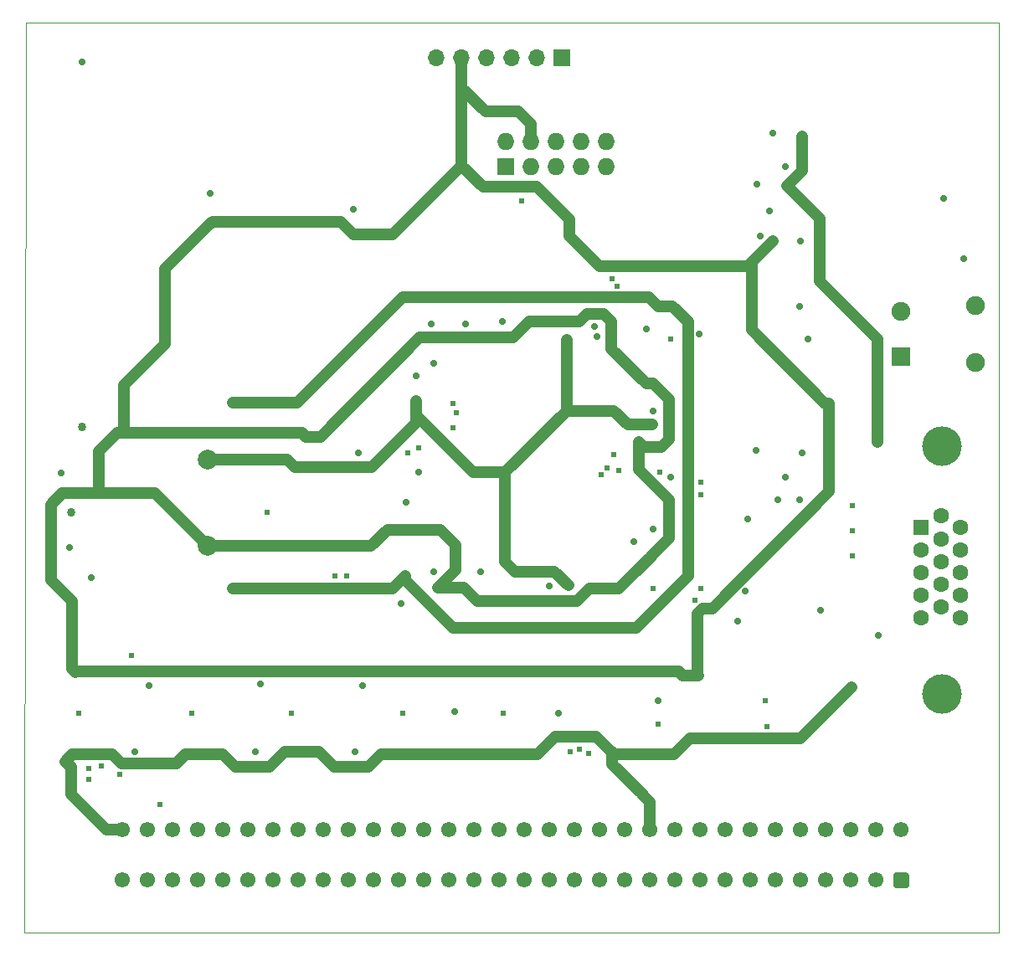
<source format=gbr>
G04 #@! TF.GenerationSoftware,KiCad,Pcbnew,5.1.5+dfsg1-2build2*
G04 #@! TF.CreationDate,2021-07-06T13:38:07+01:00*
G04 #@! TF.ProjectId,Video+Sound,56696465-6f2b-4536-9f75-6e642e6b6963,rev?*
G04 #@! TF.SameCoordinates,Original*
G04 #@! TF.FileFunction,Copper,L2,Inr*
G04 #@! TF.FilePolarity,Positive*
%FSLAX46Y46*%
G04 Gerber Fmt 4.6, Leading zero omitted, Abs format (unit mm)*
G04 Created by KiCad (PCBNEW 5.1.5+dfsg1-2build2) date 2021-07-06 13:38:07*
%MOMM*%
%LPD*%
G04 APERTURE LIST*
%ADD10C,0.050000*%
%ADD11O,1.700000X1.700000*%
%ADD12R,1.700000X1.700000*%
%ADD13C,1.900000*%
%ADD14R,1.900000X1.900000*%
%ADD15C,2.000000*%
%ADD16O,1.727200X1.727200*%
%ADD17R,1.727200X1.727200*%
%ADD18R,1.600000X1.600000*%
%ADD19C,1.600000*%
%ADD20C,4.000000*%
%ADD21C,1.550000*%
%ADD22C,0.100000*%
%ADD23C,0.711200*%
%ADD24C,0.863600*%
%ADD25C,0.609600*%
%ADD26C,0.254000*%
%ADD27C,1.143000*%
G04 APERTURE END LIST*
D10*
X74041000Y-63500000D02*
X73914000Y-155575000D01*
X172466000Y-63500000D02*
X74041000Y-63500000D01*
X172466000Y-155575000D02*
X172466000Y-63500000D01*
X73914000Y-155575000D02*
X172466000Y-155575000D01*
D11*
X115570000Y-67056000D03*
X118110000Y-67056000D03*
X120650000Y-67056000D03*
X123190000Y-67056000D03*
X125730000Y-67056000D03*
D12*
X128270000Y-67056000D03*
D13*
X170053000Y-97896000D03*
X170053000Y-92096000D03*
D14*
X162553000Y-97246000D03*
D13*
X162553000Y-92746000D03*
D15*
X92456000Y-107696000D03*
X92456000Y-116459000D03*
D16*
X132715000Y-75565000D03*
X132715000Y-78105000D03*
X130175000Y-75565000D03*
X130175000Y-78105000D03*
X127635000Y-75565000D03*
X127635000Y-78105000D03*
X125095000Y-75565000D03*
X125095000Y-78105000D03*
X122555000Y-75565000D03*
D17*
X122555000Y-78105000D03*
D18*
X164592000Y-114554000D03*
D19*
X164592000Y-116844000D03*
X164592000Y-119134000D03*
X164592000Y-121424000D03*
X164592000Y-123714000D03*
X166572000Y-113409000D03*
X166572000Y-115699000D03*
X166572000Y-117989000D03*
X166572000Y-120279000D03*
X166572000Y-122569000D03*
X168552000Y-114554000D03*
X168552000Y-116844000D03*
X168552000Y-119134000D03*
X168552000Y-121424000D03*
X168552000Y-123714000D03*
D20*
X166642000Y-131369000D03*
X166642000Y-106369000D03*
D21*
X83820000Y-145161000D03*
X86360000Y-145161000D03*
X88900000Y-145161000D03*
X91440000Y-145161000D03*
X93980000Y-145161000D03*
X96520000Y-145161000D03*
X99060000Y-145161000D03*
X101600000Y-145161000D03*
X104140000Y-145161000D03*
X106680000Y-145161000D03*
X109220000Y-145161000D03*
X111760000Y-145161000D03*
X114300000Y-145161000D03*
X116840000Y-145161000D03*
X119380000Y-145161000D03*
X121920000Y-145161000D03*
X124460000Y-145161000D03*
X127000000Y-145161000D03*
X129540000Y-145161000D03*
X132080000Y-145161000D03*
X134620000Y-145161000D03*
X137160000Y-145161000D03*
X139700000Y-145161000D03*
X142240000Y-145161000D03*
X144780000Y-145161000D03*
X147320000Y-145161000D03*
X149860000Y-145161000D03*
X152400000Y-145161000D03*
X154940000Y-145161000D03*
X157480000Y-145161000D03*
X160020000Y-145161000D03*
X162560000Y-145161000D03*
X83820000Y-150241000D03*
X86360000Y-150241000D03*
X88900000Y-150241000D03*
X91440000Y-150241000D03*
X93980000Y-150241000D03*
X96520000Y-150241000D03*
X99060000Y-150241000D03*
X101600000Y-150241000D03*
X104140000Y-150241000D03*
X106680000Y-150241000D03*
X109220000Y-150241000D03*
X111760000Y-150241000D03*
X114300000Y-150241000D03*
X116840000Y-150241000D03*
X119380000Y-150241000D03*
X121920000Y-150241000D03*
X124460000Y-150241000D03*
X127000000Y-150241000D03*
X129540000Y-150241000D03*
X132080000Y-150241000D03*
X134620000Y-150241000D03*
X137160000Y-150241000D03*
X139700000Y-150241000D03*
X142240000Y-150241000D03*
X144780000Y-150241000D03*
X147320000Y-150241000D03*
X149860000Y-150241000D03*
X152400000Y-150241000D03*
X154940000Y-150241000D03*
X157480000Y-150241000D03*
X160020000Y-150241000D03*
G04 #@! TA.AperFunction,ViaPad*
D22*
G36*
X163109505Y-149467204D02*
G01*
X163133773Y-149470804D01*
X163157572Y-149476765D01*
X163180671Y-149485030D01*
X163202850Y-149495520D01*
X163223893Y-149508132D01*
X163243599Y-149522747D01*
X163261777Y-149539223D01*
X163278253Y-149557401D01*
X163292868Y-149577107D01*
X163305480Y-149598150D01*
X163315970Y-149620329D01*
X163324235Y-149643428D01*
X163330196Y-149667227D01*
X163333796Y-149691495D01*
X163335000Y-149715999D01*
X163335000Y-150766001D01*
X163333796Y-150790505D01*
X163330196Y-150814773D01*
X163324235Y-150838572D01*
X163315970Y-150861671D01*
X163305480Y-150883850D01*
X163292868Y-150904893D01*
X163278253Y-150924599D01*
X163261777Y-150942777D01*
X163243599Y-150959253D01*
X163223893Y-150973868D01*
X163202850Y-150986480D01*
X163180671Y-150996970D01*
X163157572Y-151005235D01*
X163133773Y-151011196D01*
X163109505Y-151014796D01*
X163085001Y-151016000D01*
X162034999Y-151016000D01*
X162010495Y-151014796D01*
X161986227Y-151011196D01*
X161962428Y-151005235D01*
X161939329Y-150996970D01*
X161917150Y-150986480D01*
X161896107Y-150973868D01*
X161876401Y-150959253D01*
X161858223Y-150942777D01*
X161841747Y-150924599D01*
X161827132Y-150904893D01*
X161814520Y-150883850D01*
X161804030Y-150861671D01*
X161795765Y-150838572D01*
X161789804Y-150814773D01*
X161786204Y-150790505D01*
X161785000Y-150766001D01*
X161785000Y-149715999D01*
X161786204Y-149691495D01*
X161789804Y-149667227D01*
X161795765Y-149643428D01*
X161804030Y-149620329D01*
X161814520Y-149598150D01*
X161827132Y-149577107D01*
X161841747Y-149557401D01*
X161858223Y-149539223D01*
X161876401Y-149522747D01*
X161896107Y-149508132D01*
X161917150Y-149495520D01*
X161939329Y-149485030D01*
X161962428Y-149476765D01*
X161986227Y-149470804D01*
X162010495Y-149467204D01*
X162034999Y-149466000D01*
X163085001Y-149466000D01*
X163109505Y-149467204D01*
G37*
G04 #@! TD.AperFunction*
D23*
X146750000Y-121000000D03*
D24*
X107188000Y-84963000D03*
X102362000Y-105410000D03*
X131000000Y-120750000D03*
D23*
X137500000Y-100000000D03*
X113750000Y-109000000D03*
D24*
X130000000Y-93750000D03*
D23*
X129032000Y-85090000D03*
D24*
X155250000Y-102000000D03*
X92887800Y-83743800D03*
D25*
X117552500Y-102947500D03*
D24*
X142000000Y-129500000D03*
D23*
X142500000Y-122750000D03*
D24*
X115570000Y-95377000D03*
X81407000Y-111125000D03*
D23*
X115951000Y-114808000D03*
D24*
X136017000Y-105918000D03*
X115697000Y-120650000D03*
X131572000Y-129159000D03*
D23*
X134000000Y-88138000D03*
X149606000Y-85598000D03*
D24*
X123317000Y-95377000D03*
X111252000Y-129159000D03*
X121412000Y-129159000D03*
X89916000Y-129159000D03*
X79057500Y-129222500D03*
D23*
X147447000Y-92964000D03*
D24*
X135509000Y-119253000D03*
X137414000Y-117475000D03*
X100330000Y-129159000D03*
D23*
X80645000Y-119634000D03*
D24*
X90170000Y-137541000D03*
X111645000Y-137541000D03*
X121805000Y-137541000D03*
D23*
X160250000Y-125500000D03*
D24*
X100215000Y-137287000D03*
X157500000Y-130750000D03*
X130683000Y-135890000D03*
X78041500Y-138239500D03*
X140970000Y-136144000D03*
X123500000Y-119000000D03*
X113500000Y-101750000D03*
D23*
X142113000Y-94996000D03*
D24*
X139319000Y-92202000D03*
D23*
X112000000Y-122250000D03*
D24*
X112395000Y-119507000D03*
X94996000Y-120777000D03*
X128905000Y-120396000D03*
D23*
X131572000Y-94234000D03*
D24*
X137414000Y-104140000D03*
X128778000Y-95631000D03*
X94996000Y-101981000D03*
D23*
X78486000Y-116586000D03*
X77597000Y-109093000D03*
D25*
X87630000Y-142621000D03*
X129044000Y-137287000D03*
X83566000Y-139573000D03*
X81661000Y-138684000D03*
X130048000Y-137033000D03*
X80391000Y-140081000D03*
X130937000Y-137414000D03*
X80391000Y-138938000D03*
D24*
X79756000Y-104394000D03*
D23*
X117360000Y-133223000D03*
X107327000Y-137287000D03*
D25*
X79375000Y-133350000D03*
X90805000Y-133350000D03*
X100850000Y-133350000D03*
X112153000Y-133350000D03*
X122313000Y-133350000D03*
X137934000Y-134493000D03*
D23*
X137934000Y-132080000D03*
X154432000Y-122936000D03*
D25*
X157607000Y-112395000D03*
X157607000Y-114935000D03*
X157607000Y-117475000D03*
D23*
X146000000Y-124000000D03*
X152250000Y-111750000D03*
X79756000Y-67463000D03*
D25*
X124206000Y-81534000D03*
D23*
X92710000Y-80772000D03*
X153162000Y-95504000D03*
D25*
X98425000Y-113030000D03*
D23*
X107696000Y-107061000D03*
X85090000Y-137287000D03*
X97282000Y-137287000D03*
X131750000Y-95250000D03*
D25*
X139250000Y-95500000D03*
D23*
X136750000Y-94500000D03*
X115250000Y-119000000D03*
X120000000Y-119000000D03*
X112500000Y-112000000D03*
X115250000Y-98000000D03*
X135500000Y-116000000D03*
X127000000Y-120500000D03*
X113500000Y-99250000D03*
X137500000Y-102750000D03*
X115000000Y-94000000D03*
X118500000Y-94000000D03*
X137500000Y-114750000D03*
X139250000Y-109500000D03*
X147898000Y-106750000D03*
X150104000Y-111750000D03*
X122250000Y-93750000D03*
X152500000Y-107034000D03*
X107188000Y-82423000D03*
X127889000Y-133350000D03*
D24*
X78613000Y-113030000D03*
D23*
X97790000Y-130429000D03*
X86487000Y-130556000D03*
X108077000Y-130556000D03*
D25*
X148971000Y-134747000D03*
D23*
X152400000Y-85598000D03*
X150876000Y-78105000D03*
X166878000Y-81280000D03*
D25*
X148844000Y-132080000D03*
D23*
X168910000Y-87376000D03*
X147955000Y-79883000D03*
X152273000Y-92202000D03*
X148336000Y-85090000D03*
X149600000Y-74682000D03*
D25*
X133350000Y-89408000D03*
X133858000Y-90170000D03*
X133477000Y-107188000D03*
X132842000Y-108585000D03*
X132207000Y-109220000D03*
X133985000Y-108839000D03*
X142250000Y-120750000D03*
X142250000Y-111250000D03*
X84750000Y-127500000D03*
X137500000Y-120750000D03*
X113750000Y-106500000D03*
X105250000Y-119500000D03*
X141732000Y-121920000D03*
X142250000Y-110000000D03*
D23*
X147000000Y-113750000D03*
X150876000Y-109474000D03*
D24*
X160150000Y-105915000D03*
D23*
X151003000Y-80010000D03*
X152527000Y-75057000D03*
X160147000Y-98552000D03*
D25*
X117250000Y-102000000D03*
X138176000Y-108966000D03*
X117250000Y-104500000D03*
X106500000Y-119500000D03*
X112649000Y-107000000D03*
D23*
X149225000Y-82550000D03*
D26*
X129750000Y-93500000D02*
X130000000Y-93750000D01*
D27*
X118110000Y-67183000D02*
X118183000Y-67183000D01*
X125095000Y-73787000D02*
X125095000Y-75438000D01*
X129032000Y-85090000D02*
X129032000Y-83439000D01*
X129032000Y-83439000D02*
X125730000Y-80137000D01*
X125730000Y-80137000D02*
X120269000Y-80137000D01*
X120269000Y-80137000D02*
X118110000Y-77978000D01*
X118110000Y-77978000D02*
X118110000Y-67056000D01*
X111125000Y-84963000D02*
X118110000Y-77978000D01*
X107188000Y-84963000D02*
X111125000Y-84963000D01*
X105918000Y-83693000D02*
X107188000Y-84963000D01*
X92938600Y-83693000D02*
X105918000Y-83693000D01*
X83976000Y-100174000D02*
X83976000Y-105000000D01*
X88138000Y-96012000D02*
X83976000Y-100174000D01*
X88138000Y-88392000D02*
X88138000Y-96012000D01*
X92786200Y-83743800D02*
X88138000Y-88392000D01*
X92887800Y-83743800D02*
X92938600Y-83693000D01*
X92887800Y-83743800D02*
X92786200Y-83743800D01*
X130750000Y-93000000D02*
X130000000Y-93750000D01*
X132500000Y-93000000D02*
X130750000Y-93000000D01*
X133250000Y-93750000D02*
X132500000Y-93000000D01*
X133250000Y-96500000D02*
X133250000Y-93750000D01*
X136750000Y-100000000D02*
X133250000Y-96500000D01*
X137500000Y-100000000D02*
X136750000Y-100000000D01*
X155250000Y-110942000D02*
X155250000Y-102000000D01*
X142500000Y-122750000D02*
X143442000Y-122750000D01*
X143442000Y-122750000D02*
X155250000Y-110942000D01*
X123825000Y-72517000D02*
X125095000Y-73787000D01*
X120523000Y-72517000D02*
X123825000Y-72517000D01*
X118110000Y-70104000D02*
X120523000Y-72517000D01*
X118110000Y-67183000D02*
X118110000Y-70104000D01*
X76581000Y-119888000D02*
X78740000Y-122047000D01*
X78740000Y-122047000D02*
X78740000Y-122301000D01*
X76581000Y-112268000D02*
X76581000Y-119888000D01*
X77724000Y-111125000D02*
X76581000Y-112268000D01*
X81407000Y-111125000D02*
X77724000Y-111125000D01*
X139065000Y-101565000D02*
X137500000Y-100000000D01*
X136017000Y-105918000D02*
X136525000Y-106426000D01*
X138303000Y-106426000D02*
X139065000Y-105664000D01*
X139065000Y-105664000D02*
X139065000Y-101565000D01*
X136525000Y-106426000D02*
X138303000Y-106426000D01*
D26*
X115697000Y-120650000D02*
X116078000Y-120650000D01*
D27*
X115697000Y-120650000D02*
X118364000Y-120650000D01*
X118364000Y-120650000D02*
X119714000Y-122000000D01*
X119714000Y-122000000D02*
X129750000Y-122000000D01*
D26*
X116078000Y-120650000D02*
X116459000Y-120269000D01*
X116459000Y-120269000D02*
X116459000Y-119888000D01*
D27*
X129750000Y-122000000D02*
X131000000Y-120750000D01*
X117475000Y-118872000D02*
X117475000Y-116332000D01*
X117475000Y-116332000D02*
X115951000Y-114808000D01*
X115697000Y-120650000D02*
X117475000Y-118872000D01*
X141986000Y-129486000D02*
X142000000Y-129500000D01*
X141986000Y-123264000D02*
X141986000Y-129486000D01*
X142500000Y-122750000D02*
X141986000Y-123264000D01*
X83250000Y-105000000D02*
X83976000Y-105000000D01*
X81407000Y-106843000D02*
X83250000Y-105000000D01*
X81407000Y-111125000D02*
X81407000Y-106843000D01*
X87125000Y-111125000D02*
X92500000Y-116500000D01*
X81407000Y-111125000D02*
X87125000Y-111125000D01*
X84005000Y-105029000D02*
X83976000Y-105000000D01*
X101981000Y-105029000D02*
X84005000Y-105029000D01*
X102362000Y-105410000D02*
X101981000Y-105029000D01*
X132080000Y-88138000D02*
X129032000Y-85090000D01*
X134000000Y-88138000D02*
X132080000Y-88138000D01*
X134000000Y-88138000D02*
X134239000Y-88138000D01*
X147066000Y-88138000D02*
X149606000Y-85598000D01*
X134000000Y-88138000D02*
X147066000Y-88138000D01*
X154832000Y-102000000D02*
X155250000Y-102000000D01*
X147447000Y-94615000D02*
X154832000Y-102000000D01*
X147447000Y-87757000D02*
X147447000Y-94615000D01*
X149606000Y-85598000D02*
X147447000Y-87757000D01*
X103840000Y-105410000D02*
X102362000Y-105410000D01*
X113873000Y-95377000D02*
X103840000Y-105410000D01*
X115570000Y-95377000D02*
X113873000Y-95377000D01*
X123317000Y-95377000D02*
X115570000Y-95377000D01*
X129976000Y-93726000D02*
X130000000Y-93750000D01*
X124968000Y-93726000D02*
X129976000Y-93726000D01*
X123317000Y-95377000D02*
X124968000Y-93726000D01*
X121412000Y-129159000D02*
X131572000Y-129159000D01*
X121412000Y-129159000D02*
X111252000Y-129159000D01*
X79057500Y-129222500D02*
X78740000Y-128905000D01*
X79121000Y-129159000D02*
X79057500Y-129222500D01*
X89916000Y-129159000D02*
X79121000Y-129159000D01*
X78740000Y-128905000D02*
X78740000Y-122174000D01*
X108966000Y-116459000D02*
X92456000Y-116459000D01*
X110617000Y-114808000D02*
X108966000Y-116459000D01*
X115951000Y-114808000D02*
X110617000Y-114808000D01*
X134012000Y-120750000D02*
X131000000Y-120750000D01*
X135509000Y-119253000D02*
X134012000Y-120750000D01*
X136017000Y-108712000D02*
X136017000Y-105918000D01*
X139065000Y-111760000D02*
X136017000Y-108712000D01*
X139065000Y-115685000D02*
X139065000Y-111760000D01*
X137287000Y-117463000D02*
X139065000Y-115685000D01*
X137262000Y-117500000D02*
X135509000Y-119253000D01*
X100330000Y-129159000D02*
X111252000Y-129159000D01*
X100330000Y-129159000D02*
X89420000Y-129159000D01*
X141960000Y-129540000D02*
X142000000Y-129500000D01*
X140081000Y-129159000D02*
X140462000Y-129540000D01*
X140462000Y-129540000D02*
X141960000Y-129540000D01*
X131572000Y-129159000D02*
X140081000Y-129159000D01*
X111645000Y-137541000D02*
X114312000Y-137541000D01*
X100215000Y-137287000D02*
X103009000Y-137287000D01*
X133489000Y-137541000D02*
X134251000Y-137541000D01*
X114250000Y-137541000D02*
X121805000Y-137541000D01*
X137160000Y-142367000D02*
X137160000Y-145161000D01*
X136398000Y-141605000D02*
X137160000Y-142367000D01*
X133350000Y-138545000D02*
X136410000Y-141605000D01*
X133350000Y-137287000D02*
X133350000Y-138545000D01*
X103644000Y-137287000D02*
X102882000Y-137287000D01*
X108712000Y-138811000D02*
X105168000Y-138811000D01*
X109982000Y-137541000D02*
X108712000Y-138811000D01*
X105168000Y-138811000D02*
X103644000Y-137287000D01*
X111645000Y-137541000D02*
X109982000Y-137541000D01*
X78041500Y-138239500D02*
X78740000Y-137541000D01*
X78740000Y-137541000D02*
X82804000Y-137541000D01*
X89281000Y-138430000D02*
X90170000Y-137541000D01*
X83693000Y-138430000D02*
X89281000Y-138430000D01*
X82804000Y-137541000D02*
X83693000Y-138430000D01*
X82169000Y-145161000D02*
X83820000Y-145161000D01*
X78613000Y-141605000D02*
X82169000Y-145161000D01*
X78613000Y-138811000D02*
X78613000Y-141605000D01*
X78041500Y-138239500D02*
X78613000Y-138811000D01*
X93980000Y-137541000D02*
X90170000Y-137541000D01*
X95250000Y-138811000D02*
X93980000Y-137541000D01*
X98691000Y-138811000D02*
X95250000Y-138811000D01*
X100215000Y-137287000D02*
X98691000Y-138811000D01*
X140970000Y-136144000D02*
X141224000Y-135890000D01*
X141224000Y-135890000D02*
X152360000Y-135890000D01*
X152360000Y-135890000D02*
X157500000Y-130750000D01*
X140970000Y-136144000D02*
X139573000Y-137541000D01*
X125742000Y-137541000D02*
X121805000Y-137541000D01*
X139573000Y-137541000D02*
X133477000Y-137541000D01*
X133477000Y-137541000D02*
X131699000Y-135763000D01*
X127520000Y-135763000D02*
X125742000Y-137541000D01*
X131699000Y-135763000D02*
X127520000Y-135763000D01*
X122500000Y-109000000D02*
X128750000Y-102750000D01*
X122500000Y-118000000D02*
X123500000Y-119000000D01*
X122500000Y-109000000D02*
X122500000Y-118000000D01*
X113500000Y-101750000D02*
X113500000Y-103250000D01*
X119250000Y-109000000D02*
X122500000Y-109000000D01*
X113500000Y-103250000D02*
X119250000Y-109000000D01*
X139452000Y-92202000D02*
X139319000Y-92202000D01*
X141000000Y-93750000D02*
X139452000Y-92202000D01*
X141000000Y-119500000D02*
X141000000Y-93750000D01*
X135750000Y-124750000D02*
X141000000Y-119500000D01*
X117250000Y-124750000D02*
X135750000Y-124750000D01*
X112395000Y-119895000D02*
X117250000Y-124750000D01*
X112395000Y-119507000D02*
X112395000Y-119895000D01*
X128905000Y-120396000D02*
X127509000Y-119000000D01*
X127509000Y-119000000D02*
X123500000Y-119000000D01*
X133500000Y-102750000D02*
X128750000Y-102750000D01*
X137414000Y-104140000D02*
X134890000Y-104140000D01*
X134890000Y-104140000D02*
X133500000Y-102750000D01*
X128750000Y-95659000D02*
X128750000Y-102750000D01*
X128778000Y-95631000D02*
X128750000Y-95659000D01*
X113500000Y-104000000D02*
X113500000Y-101750000D01*
X109000000Y-108500000D02*
X113500000Y-104000000D01*
X101261000Y-108500000D02*
X109000000Y-108500000D01*
X100457000Y-107696000D02*
X101261000Y-108500000D01*
X92456000Y-107696000D02*
X100457000Y-107696000D01*
X137952000Y-92202000D02*
X139319000Y-92202000D01*
X137063000Y-91313000D02*
X137952000Y-92202000D01*
X112187000Y-91313000D02*
X137063000Y-91313000D01*
X101519000Y-101981000D02*
X112187000Y-91313000D01*
X94996000Y-101981000D02*
X101519000Y-101981000D01*
X111125000Y-120777000D02*
X112395000Y-119507000D01*
X94996000Y-120777000D02*
X111125000Y-120777000D01*
X154305000Y-89662000D02*
X160150000Y-95507000D01*
X154305000Y-83312000D02*
X154305000Y-89662000D01*
X160150000Y-95507000D02*
X160150000Y-105915000D01*
X151003000Y-80010000D02*
X154305000Y-83312000D01*
X152527000Y-78486000D02*
X152527000Y-75057000D01*
X151003000Y-80010000D02*
X152527000Y-78486000D01*
M02*

</source>
